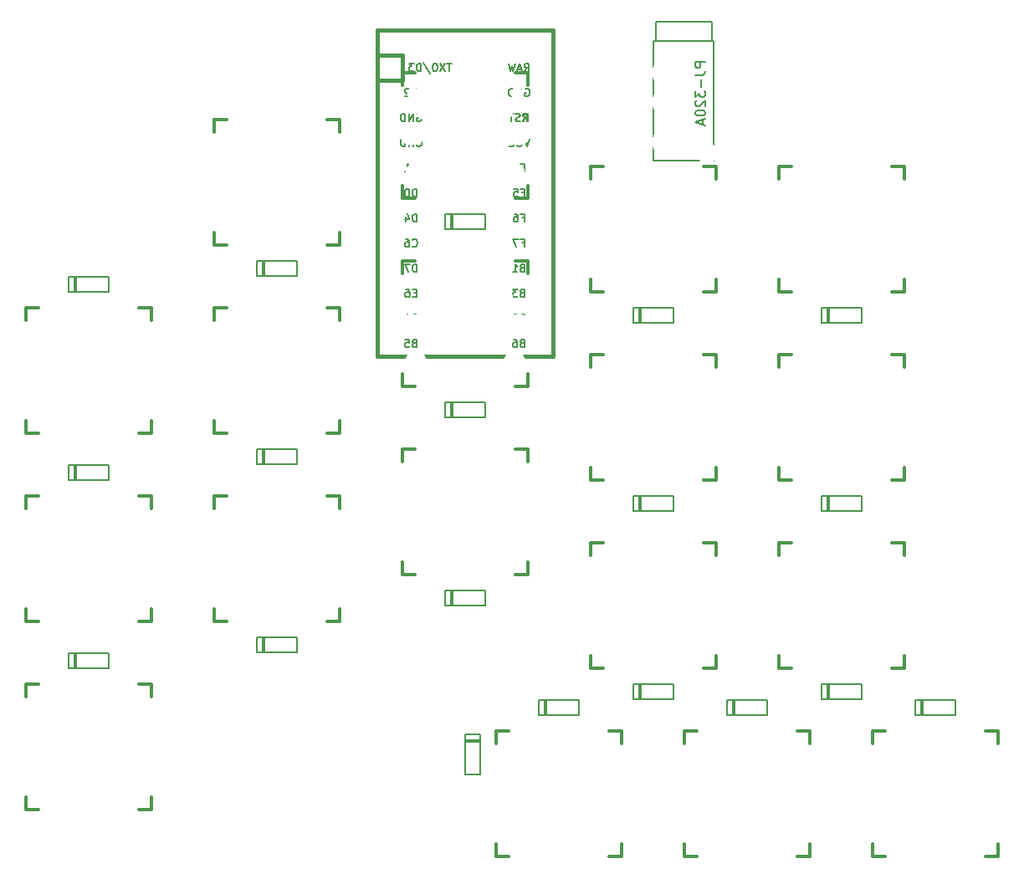
<source format=gbo>
G04 #@! TF.GenerationSoftware,KiCad,Pcbnew,(5.1.6)-1*
G04 #@! TF.CreationDate,2020-08-19T15:34:48-05:00*
G04 #@! TF.ProjectId,CurvedChoc,43757276-6564-4436-986f-632e6b696361,rev?*
G04 #@! TF.SameCoordinates,Original*
G04 #@! TF.FileFunction,Legend,Bot*
G04 #@! TF.FilePolarity,Positive*
%FSLAX46Y46*%
G04 Gerber Fmt 4.6, Leading zero omitted, Abs format (unit mm)*
G04 Created by KiCad (PCBNEW (5.1.6)-1) date 2020-08-19 15:34:48*
%MOMM*%
%LPD*%
G01*
G04 APERTURE LIST*
%ADD10C,0.381000*%
%ADD11C,0.150000*%
%ADD12C,0.300000*%
%ADD13C,0.100000*%
%ADD14C,2.102000*%
%ADD15C,0.889400*%
%ADD16R,4.102000X2.102000*%
%ADD17R,2.102000X2.102000*%
%ADD18R,2.102000X3.302000*%
%ADD19C,1.102000*%
%ADD20C,1.854600*%
%ADD21R,1.854600X1.854600*%
%ADD22C,1.302000*%
%ADD23C,3.502000*%
%ADD24C,2.002000*%
%ADD25C,1.902000*%
%ADD26C,2.202000*%
%ADD27C,1.852000*%
%ADD28O,1.702000X2.302000*%
%ADD29C,1.602000*%
%ADD30R,1.753000X1.753000*%
%ADD31C,1.753000*%
G04 APERTURE END LIST*
D10*
X105568750Y-22225000D02*
X103028750Y-22225000D01*
X105568750Y-19685000D02*
X105568750Y-22225000D01*
D11*
G36*
X117963385Y-25974030D02*
G01*
X117963385Y-26074030D01*
X118063385Y-26074030D01*
X118063385Y-25974030D01*
X117963385Y-25974030D01*
G37*
X117963385Y-25974030D02*
X117963385Y-26074030D01*
X118063385Y-26074030D01*
X118063385Y-25974030D01*
X117963385Y-25974030D01*
G36*
X118163385Y-25574030D02*
G01*
X118163385Y-26374030D01*
X118263385Y-26374030D01*
X118263385Y-25574030D01*
X118163385Y-25574030D01*
G37*
X118163385Y-25574030D02*
X118163385Y-26374030D01*
X118263385Y-26374030D01*
X118263385Y-25574030D01*
X118163385Y-25574030D01*
G36*
X117763385Y-26174030D02*
G01*
X117763385Y-26374030D01*
X117863385Y-26374030D01*
X117863385Y-26174030D01*
X117763385Y-26174030D01*
G37*
X117763385Y-26174030D02*
X117763385Y-26374030D01*
X117863385Y-26374030D01*
X117863385Y-26174030D01*
X117763385Y-26174030D01*
G36*
X117763385Y-25574030D02*
G01*
X117763385Y-25874030D01*
X117863385Y-25874030D01*
X117863385Y-25574030D01*
X117763385Y-25574030D01*
G37*
X117763385Y-25574030D02*
X117763385Y-25874030D01*
X117863385Y-25874030D01*
X117863385Y-25574030D01*
X117763385Y-25574030D01*
G36*
X117763385Y-25574030D02*
G01*
X117763385Y-25674030D01*
X118263385Y-25674030D01*
X118263385Y-25574030D01*
X117763385Y-25574030D01*
G37*
X117763385Y-25574030D02*
X117763385Y-25674030D01*
X118263385Y-25674030D01*
X118263385Y-25574030D01*
X117763385Y-25574030D01*
D10*
X120808750Y-50165000D02*
X120808750Y-17145000D01*
X103028750Y-50165000D02*
X120808750Y-50165000D01*
X103028750Y-17145000D02*
X103028750Y-50165000D01*
X120808750Y-17145000D02*
X103028750Y-17145000D01*
X105568750Y-19685000D02*
X103028750Y-19685000D01*
D12*
X165893750Y-88106250D02*
X164623750Y-88106250D01*
X165893750Y-100806250D02*
X165893750Y-99536250D01*
X164623750Y-100806250D02*
X165893750Y-100806250D01*
X153193750Y-99536250D02*
X153193750Y-100806250D01*
X153193750Y-89376250D02*
X153193750Y-88106250D01*
X153193750Y-100806250D02*
X154463750Y-100806250D01*
X165893750Y-89376250D02*
X165893750Y-88106250D01*
X153193750Y-88106250D02*
X154463750Y-88106250D01*
X146843750Y-88106250D02*
X145573750Y-88106250D01*
X146843750Y-100806250D02*
X146843750Y-99536250D01*
X145573750Y-100806250D02*
X146843750Y-100806250D01*
X134143750Y-99536250D02*
X134143750Y-100806250D01*
X134143750Y-89376250D02*
X134143750Y-88106250D01*
X134143750Y-100806250D02*
X135413750Y-100806250D01*
X146843750Y-89376250D02*
X146843750Y-88106250D01*
X134143750Y-88106250D02*
X135413750Y-88106250D01*
X127793750Y-88106250D02*
X126523750Y-88106250D01*
X127793750Y-100806250D02*
X127793750Y-99536250D01*
X126523750Y-100806250D02*
X127793750Y-100806250D01*
X115093750Y-99536250D02*
X115093750Y-100806250D01*
X115093750Y-89376250D02*
X115093750Y-88106250D01*
X115093750Y-100806250D02*
X116363750Y-100806250D01*
X127793750Y-89376250D02*
X127793750Y-88106250D01*
X115093750Y-88106250D02*
X116363750Y-88106250D01*
X156368750Y-69056250D02*
X155098750Y-69056250D01*
X156368750Y-81756250D02*
X156368750Y-80486250D01*
X155098750Y-81756250D02*
X156368750Y-81756250D01*
X143668750Y-80486250D02*
X143668750Y-81756250D01*
X143668750Y-70326250D02*
X143668750Y-69056250D01*
X143668750Y-81756250D02*
X144938750Y-81756250D01*
X156368750Y-70326250D02*
X156368750Y-69056250D01*
X143668750Y-69056250D02*
X144938750Y-69056250D01*
X137318750Y-69056250D02*
X136048750Y-69056250D01*
X137318750Y-81756250D02*
X137318750Y-80486250D01*
X136048750Y-81756250D02*
X137318750Y-81756250D01*
X124618750Y-80486250D02*
X124618750Y-81756250D01*
X124618750Y-70326250D02*
X124618750Y-69056250D01*
X124618750Y-81756250D02*
X125888750Y-81756250D01*
X137318750Y-70326250D02*
X137318750Y-69056250D01*
X124618750Y-69056250D02*
X125888750Y-69056250D01*
X118268750Y-59531250D02*
X116998750Y-59531250D01*
X118268750Y-72231250D02*
X118268750Y-70961250D01*
X116998750Y-72231250D02*
X118268750Y-72231250D01*
X105568750Y-70961250D02*
X105568750Y-72231250D01*
X105568750Y-60801250D02*
X105568750Y-59531250D01*
X105568750Y-72231250D02*
X106838750Y-72231250D01*
X118268750Y-60801250D02*
X118268750Y-59531250D01*
X105568750Y-59531250D02*
X106838750Y-59531250D01*
X99218750Y-64293750D02*
X97948750Y-64293750D01*
X99218750Y-76993750D02*
X99218750Y-75723750D01*
X97948750Y-76993750D02*
X99218750Y-76993750D01*
X86518750Y-75723750D02*
X86518750Y-76993750D01*
X86518750Y-65563750D02*
X86518750Y-64293750D01*
X86518750Y-76993750D02*
X87788750Y-76993750D01*
X99218750Y-65563750D02*
X99218750Y-64293750D01*
X86518750Y-64293750D02*
X87788750Y-64293750D01*
X80168750Y-83343750D02*
X78898750Y-83343750D01*
X80168750Y-96043750D02*
X80168750Y-94773750D01*
X78898750Y-96043750D02*
X80168750Y-96043750D01*
X67468750Y-94773750D02*
X67468750Y-96043750D01*
X67468750Y-84613750D02*
X67468750Y-83343750D01*
X67468750Y-96043750D02*
X68738750Y-96043750D01*
X80168750Y-84613750D02*
X80168750Y-83343750D01*
X67468750Y-83343750D02*
X68738750Y-83343750D01*
X156368750Y-50006250D02*
X155098750Y-50006250D01*
X156368750Y-62706250D02*
X156368750Y-61436250D01*
X155098750Y-62706250D02*
X156368750Y-62706250D01*
X143668750Y-61436250D02*
X143668750Y-62706250D01*
X143668750Y-51276250D02*
X143668750Y-50006250D01*
X143668750Y-62706250D02*
X144938750Y-62706250D01*
X156368750Y-51276250D02*
X156368750Y-50006250D01*
X143668750Y-50006250D02*
X144938750Y-50006250D01*
X137318750Y-50006250D02*
X136048750Y-50006250D01*
X137318750Y-62706250D02*
X137318750Y-61436250D01*
X136048750Y-62706250D02*
X137318750Y-62706250D01*
X124618750Y-61436250D02*
X124618750Y-62706250D01*
X124618750Y-51276250D02*
X124618750Y-50006250D01*
X124618750Y-62706250D02*
X125888750Y-62706250D01*
X137318750Y-51276250D02*
X137318750Y-50006250D01*
X124618750Y-50006250D02*
X125888750Y-50006250D01*
X118268750Y-40481250D02*
X116998750Y-40481250D01*
X118268750Y-53181250D02*
X118268750Y-51911250D01*
X116998750Y-53181250D02*
X118268750Y-53181250D01*
X105568750Y-51911250D02*
X105568750Y-53181250D01*
X105568750Y-41751250D02*
X105568750Y-40481250D01*
X105568750Y-53181250D02*
X106838750Y-53181250D01*
X118268750Y-41751250D02*
X118268750Y-40481250D01*
X105568750Y-40481250D02*
X106838750Y-40481250D01*
X99218750Y-45243750D02*
X97948750Y-45243750D01*
X99218750Y-57943750D02*
X99218750Y-56673750D01*
X97948750Y-57943750D02*
X99218750Y-57943750D01*
X86518750Y-56673750D02*
X86518750Y-57943750D01*
X86518750Y-46513750D02*
X86518750Y-45243750D01*
X86518750Y-57943750D02*
X87788750Y-57943750D01*
X99218750Y-46513750D02*
X99218750Y-45243750D01*
X86518750Y-45243750D02*
X87788750Y-45243750D01*
X80168750Y-64293750D02*
X78898750Y-64293750D01*
X80168750Y-76993750D02*
X80168750Y-75723750D01*
X78898750Y-76993750D02*
X80168750Y-76993750D01*
X67468750Y-75723750D02*
X67468750Y-76993750D01*
X67468750Y-65563750D02*
X67468750Y-64293750D01*
X67468750Y-76993750D02*
X68738750Y-76993750D01*
X80168750Y-65563750D02*
X80168750Y-64293750D01*
X67468750Y-64293750D02*
X68738750Y-64293750D01*
X156368750Y-30956250D02*
X155098750Y-30956250D01*
X156368750Y-43656250D02*
X156368750Y-42386250D01*
X155098750Y-43656250D02*
X156368750Y-43656250D01*
X143668750Y-42386250D02*
X143668750Y-43656250D01*
X143668750Y-32226250D02*
X143668750Y-30956250D01*
X143668750Y-43656250D02*
X144938750Y-43656250D01*
X156368750Y-32226250D02*
X156368750Y-30956250D01*
X143668750Y-30956250D02*
X144938750Y-30956250D01*
X137318750Y-30956250D02*
X136048750Y-30956250D01*
X137318750Y-43656250D02*
X137318750Y-42386250D01*
X136048750Y-43656250D02*
X137318750Y-43656250D01*
X124618750Y-42386250D02*
X124618750Y-43656250D01*
X124618750Y-32226250D02*
X124618750Y-30956250D01*
X124618750Y-43656250D02*
X125888750Y-43656250D01*
X137318750Y-32226250D02*
X137318750Y-30956250D01*
X124618750Y-30956250D02*
X125888750Y-30956250D01*
X118268750Y-21431250D02*
X116998750Y-21431250D01*
X118268750Y-34131250D02*
X118268750Y-32861250D01*
X116998750Y-34131250D02*
X118268750Y-34131250D01*
X105568750Y-32861250D02*
X105568750Y-34131250D01*
X105568750Y-22701250D02*
X105568750Y-21431250D01*
X105568750Y-34131250D02*
X106838750Y-34131250D01*
X118268750Y-22701250D02*
X118268750Y-21431250D01*
X105568750Y-21431250D02*
X106838750Y-21431250D01*
X99218750Y-26193750D02*
X97948750Y-26193750D01*
X99218750Y-38893750D02*
X99218750Y-37623750D01*
X97948750Y-38893750D02*
X99218750Y-38893750D01*
X86518750Y-37623750D02*
X86518750Y-38893750D01*
X86518750Y-27463750D02*
X86518750Y-26193750D01*
X86518750Y-38893750D02*
X87788750Y-38893750D01*
X99218750Y-27463750D02*
X99218750Y-26193750D01*
X86518750Y-26193750D02*
X87788750Y-26193750D01*
X80168750Y-45243750D02*
X78898750Y-45243750D01*
X80168750Y-57943750D02*
X80168750Y-56673750D01*
X78898750Y-57943750D02*
X80168750Y-57943750D01*
X67468750Y-56673750D02*
X67468750Y-57943750D01*
X67468750Y-46513750D02*
X67468750Y-45243750D01*
X67468750Y-57943750D02*
X68738750Y-57943750D01*
X80168750Y-46513750D02*
X80168750Y-45243750D01*
X67468750Y-45243750D02*
X68738750Y-45243750D01*
D11*
X136862500Y-18256250D02*
X136862500Y-16256250D01*
X131262500Y-16256250D02*
X136862500Y-16256250D01*
X131262500Y-18256250D02*
X131262500Y-16256250D01*
X131012500Y-30356250D02*
X137112500Y-30356250D01*
X137112500Y-18256250D02*
X137112500Y-30356250D01*
X131012500Y-18256250D02*
X137112500Y-18256250D01*
X131012500Y-18256250D02*
X131012500Y-30356250D01*
X111950500Y-88455500D02*
X113474500Y-88455500D01*
X111950500Y-92519500D02*
X111950500Y-88455500D01*
D13*
G36*
X113474500Y-89217500D02*
G01*
X111950500Y-89217500D01*
X111950500Y-88963500D01*
X113474500Y-88963500D01*
X113474500Y-89217500D01*
G37*
X113474500Y-89217500D02*
X111950500Y-89217500D01*
X111950500Y-88963500D01*
X113474500Y-88963500D01*
X113474500Y-89217500D01*
D11*
X113474500Y-88455500D02*
X113474500Y-92519500D01*
X113474500Y-92519500D02*
X111950500Y-92519500D01*
X157511750Y-86487000D02*
X157511750Y-84963000D01*
X161575750Y-86487000D02*
X157511750Y-86487000D01*
D13*
G36*
X158273750Y-84963000D02*
G01*
X158273750Y-86487000D01*
X158019750Y-86487000D01*
X158019750Y-84963000D01*
X158273750Y-84963000D01*
G37*
X158273750Y-84963000D02*
X158273750Y-86487000D01*
X158019750Y-86487000D01*
X158019750Y-84963000D01*
X158273750Y-84963000D01*
D11*
X157511750Y-84963000D02*
X161575750Y-84963000D01*
X161575750Y-84963000D02*
X161575750Y-86487000D01*
X138461750Y-86487000D02*
X138461750Y-84963000D01*
X142525750Y-86487000D02*
X138461750Y-86487000D01*
D13*
G36*
X139223750Y-84963000D02*
G01*
X139223750Y-86487000D01*
X138969750Y-86487000D01*
X138969750Y-84963000D01*
X139223750Y-84963000D01*
G37*
X139223750Y-84963000D02*
X139223750Y-86487000D01*
X138969750Y-86487000D01*
X138969750Y-84963000D01*
X139223750Y-84963000D01*
D11*
X138461750Y-84963000D02*
X142525750Y-84963000D01*
X142525750Y-84963000D02*
X142525750Y-86487000D01*
X123475750Y-84963000D02*
X123475750Y-86487000D01*
X119411750Y-84963000D02*
X123475750Y-84963000D01*
D13*
G36*
X120173750Y-84963000D02*
G01*
X120173750Y-86487000D01*
X119919750Y-86487000D01*
X119919750Y-84963000D01*
X120173750Y-84963000D01*
G37*
X120173750Y-84963000D02*
X120173750Y-86487000D01*
X119919750Y-86487000D01*
X119919750Y-84963000D01*
X120173750Y-84963000D01*
D11*
X123475750Y-86487000D02*
X119411750Y-86487000D01*
X119411750Y-86487000D02*
X119411750Y-84963000D01*
X147986750Y-84899500D02*
X147986750Y-83375500D01*
X152050750Y-84899500D02*
X147986750Y-84899500D01*
D13*
G36*
X148748750Y-83375500D02*
G01*
X148748750Y-84899500D01*
X148494750Y-84899500D01*
X148494750Y-83375500D01*
X148748750Y-83375500D01*
G37*
X148748750Y-83375500D02*
X148748750Y-84899500D01*
X148494750Y-84899500D01*
X148494750Y-83375500D01*
X148748750Y-83375500D01*
D11*
X147986750Y-83375500D02*
X152050750Y-83375500D01*
X152050750Y-83375500D02*
X152050750Y-84899500D01*
X128936750Y-84899500D02*
X128936750Y-83375500D01*
X133000750Y-84899500D02*
X128936750Y-84899500D01*
D13*
G36*
X129698750Y-83375500D02*
G01*
X129698750Y-84899500D01*
X129444750Y-84899500D01*
X129444750Y-83375500D01*
X129698750Y-83375500D01*
G37*
X129698750Y-83375500D02*
X129698750Y-84899500D01*
X129444750Y-84899500D01*
X129444750Y-83375500D01*
X129698750Y-83375500D01*
D11*
X128936750Y-83375500D02*
X133000750Y-83375500D01*
X133000750Y-83375500D02*
X133000750Y-84899500D01*
X109886750Y-75374500D02*
X109886750Y-73850500D01*
X113950750Y-75374500D02*
X109886750Y-75374500D01*
D13*
G36*
X110648750Y-73850500D02*
G01*
X110648750Y-75374500D01*
X110394750Y-75374500D01*
X110394750Y-73850500D01*
X110648750Y-73850500D01*
G37*
X110648750Y-73850500D02*
X110648750Y-75374500D01*
X110394750Y-75374500D01*
X110394750Y-73850500D01*
X110648750Y-73850500D01*
D11*
X109886750Y-73850500D02*
X113950750Y-73850500D01*
X113950750Y-73850500D02*
X113950750Y-75374500D01*
X90836750Y-80137000D02*
X90836750Y-78613000D01*
X94900750Y-80137000D02*
X90836750Y-80137000D01*
D13*
G36*
X91598750Y-78613000D02*
G01*
X91598750Y-80137000D01*
X91344750Y-80137000D01*
X91344750Y-78613000D01*
X91598750Y-78613000D01*
G37*
X91598750Y-78613000D02*
X91598750Y-80137000D01*
X91344750Y-80137000D01*
X91344750Y-78613000D01*
X91598750Y-78613000D01*
D11*
X90836750Y-78613000D02*
X94900750Y-78613000D01*
X94900750Y-78613000D02*
X94900750Y-80137000D01*
X71786750Y-81724500D02*
X71786750Y-80200500D01*
X75850750Y-81724500D02*
X71786750Y-81724500D01*
D13*
G36*
X72548750Y-80200500D02*
G01*
X72548750Y-81724500D01*
X72294750Y-81724500D01*
X72294750Y-80200500D01*
X72548750Y-80200500D01*
G37*
X72548750Y-80200500D02*
X72548750Y-81724500D01*
X72294750Y-81724500D01*
X72294750Y-80200500D01*
X72548750Y-80200500D01*
D11*
X71786750Y-80200500D02*
X75850750Y-80200500D01*
X75850750Y-80200500D02*
X75850750Y-81724500D01*
X147986750Y-65849500D02*
X147986750Y-64325500D01*
X152050750Y-65849500D02*
X147986750Y-65849500D01*
D13*
G36*
X148748750Y-64325500D02*
G01*
X148748750Y-65849500D01*
X148494750Y-65849500D01*
X148494750Y-64325500D01*
X148748750Y-64325500D01*
G37*
X148748750Y-64325500D02*
X148748750Y-65849500D01*
X148494750Y-65849500D01*
X148494750Y-64325500D01*
X148748750Y-64325500D01*
D11*
X147986750Y-64325500D02*
X152050750Y-64325500D01*
X152050750Y-64325500D02*
X152050750Y-65849500D01*
X128936750Y-65849500D02*
X128936750Y-64325500D01*
X133000750Y-65849500D02*
X128936750Y-65849500D01*
D13*
G36*
X129698750Y-64325500D02*
G01*
X129698750Y-65849500D01*
X129444750Y-65849500D01*
X129444750Y-64325500D01*
X129698750Y-64325500D01*
G37*
X129698750Y-64325500D02*
X129698750Y-65849500D01*
X129444750Y-65849500D01*
X129444750Y-64325500D01*
X129698750Y-64325500D01*
D11*
X128936750Y-64325500D02*
X133000750Y-64325500D01*
X133000750Y-64325500D02*
X133000750Y-65849500D01*
X109886750Y-56324500D02*
X109886750Y-54800500D01*
X113950750Y-56324500D02*
X109886750Y-56324500D01*
D13*
G36*
X110648750Y-54800500D02*
G01*
X110648750Y-56324500D01*
X110394750Y-56324500D01*
X110394750Y-54800500D01*
X110648750Y-54800500D01*
G37*
X110648750Y-54800500D02*
X110648750Y-56324500D01*
X110394750Y-56324500D01*
X110394750Y-54800500D01*
X110648750Y-54800500D01*
D11*
X109886750Y-54800500D02*
X113950750Y-54800500D01*
X113950750Y-54800500D02*
X113950750Y-56324500D01*
X90836750Y-61087000D02*
X90836750Y-59563000D01*
X94900750Y-61087000D02*
X90836750Y-61087000D01*
D13*
G36*
X91598750Y-59563000D02*
G01*
X91598750Y-61087000D01*
X91344750Y-61087000D01*
X91344750Y-59563000D01*
X91598750Y-59563000D01*
G37*
X91598750Y-59563000D02*
X91598750Y-61087000D01*
X91344750Y-61087000D01*
X91344750Y-59563000D01*
X91598750Y-59563000D01*
D11*
X90836750Y-59563000D02*
X94900750Y-59563000D01*
X94900750Y-59563000D02*
X94900750Y-61087000D01*
X71786750Y-62674500D02*
X71786750Y-61150500D01*
X75850750Y-62674500D02*
X71786750Y-62674500D01*
D13*
G36*
X72548750Y-61150500D02*
G01*
X72548750Y-62674500D01*
X72294750Y-62674500D01*
X72294750Y-61150500D01*
X72548750Y-61150500D01*
G37*
X72548750Y-61150500D02*
X72548750Y-62674500D01*
X72294750Y-62674500D01*
X72294750Y-61150500D01*
X72548750Y-61150500D01*
D11*
X71786750Y-61150500D02*
X75850750Y-61150500D01*
X75850750Y-61150500D02*
X75850750Y-62674500D01*
X147986750Y-46799500D02*
X147986750Y-45275500D01*
X152050750Y-46799500D02*
X147986750Y-46799500D01*
D13*
G36*
X148748750Y-45275500D02*
G01*
X148748750Y-46799500D01*
X148494750Y-46799500D01*
X148494750Y-45275500D01*
X148748750Y-45275500D01*
G37*
X148748750Y-45275500D02*
X148748750Y-46799500D01*
X148494750Y-46799500D01*
X148494750Y-45275500D01*
X148748750Y-45275500D01*
D11*
X147986750Y-45275500D02*
X152050750Y-45275500D01*
X152050750Y-45275500D02*
X152050750Y-46799500D01*
X128936750Y-46799500D02*
X128936750Y-45275500D01*
X133000750Y-46799500D02*
X128936750Y-46799500D01*
D13*
G36*
X129698750Y-45275500D02*
G01*
X129698750Y-46799500D01*
X129444750Y-46799500D01*
X129444750Y-45275500D01*
X129698750Y-45275500D01*
G37*
X129698750Y-45275500D02*
X129698750Y-46799500D01*
X129444750Y-46799500D01*
X129444750Y-45275500D01*
X129698750Y-45275500D01*
D11*
X128936750Y-45275500D02*
X133000750Y-45275500D01*
X133000750Y-45275500D02*
X133000750Y-46799500D01*
X109886750Y-37274500D02*
X109886750Y-35750500D01*
X113950750Y-37274500D02*
X109886750Y-37274500D01*
D13*
G36*
X110648750Y-35750500D02*
G01*
X110648750Y-37274500D01*
X110394750Y-37274500D01*
X110394750Y-35750500D01*
X110648750Y-35750500D01*
G37*
X110648750Y-35750500D02*
X110648750Y-37274500D01*
X110394750Y-37274500D01*
X110394750Y-35750500D01*
X110648750Y-35750500D01*
D11*
X109886750Y-35750500D02*
X113950750Y-35750500D01*
X113950750Y-35750500D02*
X113950750Y-37274500D01*
X90836750Y-42037000D02*
X90836750Y-40513000D01*
X94900750Y-42037000D02*
X90836750Y-42037000D01*
D13*
G36*
X91598750Y-40513000D02*
G01*
X91598750Y-42037000D01*
X91344750Y-42037000D01*
X91344750Y-40513000D01*
X91598750Y-40513000D01*
G37*
X91598750Y-40513000D02*
X91598750Y-42037000D01*
X91344750Y-42037000D01*
X91344750Y-40513000D01*
X91598750Y-40513000D01*
D11*
X90836750Y-40513000D02*
X94900750Y-40513000D01*
X94900750Y-40513000D02*
X94900750Y-42037000D01*
X71786750Y-43624500D02*
X71786750Y-42100500D01*
X75850750Y-43624500D02*
X71786750Y-43624500D01*
D13*
G36*
X72548750Y-42100500D02*
G01*
X72548750Y-43624500D01*
X72294750Y-43624500D01*
X72294750Y-42100500D01*
X72548750Y-42100500D01*
G37*
X72548750Y-42100500D02*
X72548750Y-43624500D01*
X72294750Y-43624500D01*
X72294750Y-42100500D01*
X72548750Y-42100500D01*
D11*
X71786750Y-42100500D02*
X75850750Y-42100500D01*
X75850750Y-42100500D02*
X75850750Y-43624500D01*
X117492083Y-26338809D02*
X117377797Y-26376904D01*
X117187321Y-26376904D01*
X117111130Y-26338809D01*
X117073035Y-26300714D01*
X117034940Y-26224523D01*
X117034940Y-26148333D01*
X117073035Y-26072142D01*
X117111130Y-26034047D01*
X117187321Y-25995952D01*
X117339702Y-25957857D01*
X117415892Y-25919761D01*
X117453988Y-25881666D01*
X117492083Y-25805476D01*
X117492083Y-25729285D01*
X117453988Y-25653095D01*
X117415892Y-25615000D01*
X117339702Y-25576904D01*
X117149226Y-25576904D01*
X117034940Y-25615000D01*
X116806369Y-25576904D02*
X116349226Y-25576904D01*
X116577797Y-26376904D02*
X116577797Y-25576904D01*
X110537354Y-20516904D02*
X110080211Y-20516904D01*
X110308782Y-21316904D02*
X110308782Y-20516904D01*
X109889735Y-20516904D02*
X109356401Y-21316904D01*
X109356401Y-20516904D02*
X109889735Y-21316904D01*
X108899258Y-20516904D02*
X108823068Y-20516904D01*
X108746878Y-20555000D01*
X108708782Y-20593095D01*
X108670687Y-20669285D01*
X108632592Y-20821666D01*
X108632592Y-21012142D01*
X108670687Y-21164523D01*
X108708782Y-21240714D01*
X108746878Y-21278809D01*
X108823068Y-21316904D01*
X108899258Y-21316904D01*
X108975449Y-21278809D01*
X109013544Y-21240714D01*
X109051639Y-21164523D01*
X109089735Y-21012142D01*
X109089735Y-20821666D01*
X109051639Y-20669285D01*
X109013544Y-20593095D01*
X108975449Y-20555000D01*
X108899258Y-20516904D01*
X107718306Y-20478809D02*
X108404020Y-21507380D01*
X107451639Y-21316904D02*
X107451639Y-20516904D01*
X107261163Y-20516904D01*
X107146878Y-20555000D01*
X107070687Y-20631190D01*
X107032592Y-20707380D01*
X106994497Y-20859761D01*
X106994497Y-20974047D01*
X107032592Y-21126428D01*
X107070687Y-21202619D01*
X107146878Y-21278809D01*
X107261163Y-21316904D01*
X107451639Y-21316904D01*
X106727830Y-20516904D02*
X106232592Y-20516904D01*
X106499258Y-20821666D01*
X106384973Y-20821666D01*
X106308782Y-20859761D01*
X106270687Y-20897857D01*
X106232592Y-20974047D01*
X106232592Y-21164523D01*
X106270687Y-21240714D01*
X106308782Y-21278809D01*
X106384973Y-21316904D01*
X106613544Y-21316904D01*
X106689735Y-21278809D01*
X106727830Y-21240714D01*
X117703559Y-46297857D02*
X117589273Y-46335952D01*
X117551178Y-46374047D01*
X117513083Y-46450238D01*
X117513083Y-46564523D01*
X117551178Y-46640714D01*
X117589273Y-46678809D01*
X117665464Y-46716904D01*
X117970226Y-46716904D01*
X117970226Y-45916904D01*
X117703559Y-45916904D01*
X117627369Y-45955000D01*
X117589273Y-45993095D01*
X117551178Y-46069285D01*
X117551178Y-46145476D01*
X117589273Y-46221666D01*
X117627369Y-46259761D01*
X117703559Y-46297857D01*
X117970226Y-46297857D01*
X117208321Y-45993095D02*
X117170226Y-45955000D01*
X117094035Y-45916904D01*
X116903559Y-45916904D01*
X116827369Y-45955000D01*
X116789273Y-45993095D01*
X116751178Y-46069285D01*
X116751178Y-46145476D01*
X116789273Y-46259761D01*
X117246416Y-46716904D01*
X116751178Y-46716904D01*
X117646416Y-38677857D02*
X117913083Y-38677857D01*
X117913083Y-39096904D02*
X117913083Y-38296904D01*
X117532130Y-38296904D01*
X117303559Y-38296904D02*
X116770226Y-38296904D01*
X117113083Y-39096904D01*
X117646416Y-36137857D02*
X117913083Y-36137857D01*
X117913083Y-36556904D02*
X117913083Y-35756904D01*
X117532130Y-35756904D01*
X116884511Y-35756904D02*
X117036892Y-35756904D01*
X117113083Y-35795000D01*
X117151178Y-35833095D01*
X117227369Y-35947380D01*
X117265464Y-36099761D01*
X117265464Y-36404523D01*
X117227369Y-36480714D01*
X117189273Y-36518809D01*
X117113083Y-36556904D01*
X116960702Y-36556904D01*
X116884511Y-36518809D01*
X116846416Y-36480714D01*
X116808321Y-36404523D01*
X116808321Y-36214047D01*
X116846416Y-36137857D01*
X116884511Y-36099761D01*
X116960702Y-36061666D01*
X117113083Y-36061666D01*
X117189273Y-36099761D01*
X117227369Y-36137857D01*
X117265464Y-36214047D01*
X117646416Y-33597857D02*
X117913083Y-33597857D01*
X117913083Y-34016904D02*
X117913083Y-33216904D01*
X117532130Y-33216904D01*
X116846416Y-33216904D02*
X117227369Y-33216904D01*
X117265464Y-33597857D01*
X117227369Y-33559761D01*
X117151178Y-33521666D01*
X116960702Y-33521666D01*
X116884511Y-33559761D01*
X116846416Y-33597857D01*
X116808321Y-33674047D01*
X116808321Y-33864523D01*
X116846416Y-33940714D01*
X116884511Y-33978809D01*
X116960702Y-34016904D01*
X117151178Y-34016904D01*
X117227369Y-33978809D01*
X117265464Y-33940714D01*
X117932130Y-21316904D02*
X118198797Y-20935952D01*
X118389273Y-21316904D02*
X118389273Y-20516904D01*
X118084511Y-20516904D01*
X118008321Y-20555000D01*
X117970226Y-20593095D01*
X117932130Y-20669285D01*
X117932130Y-20783571D01*
X117970226Y-20859761D01*
X118008321Y-20897857D01*
X118084511Y-20935952D01*
X118389273Y-20935952D01*
X117627369Y-21088333D02*
X117246416Y-21088333D01*
X117703559Y-21316904D02*
X117436892Y-20516904D01*
X117170226Y-21316904D01*
X116979750Y-20516904D02*
X116789273Y-21316904D01*
X116636892Y-20745476D01*
X116484511Y-21316904D01*
X116294035Y-20516904D01*
X117989273Y-23095000D02*
X118065464Y-23056904D01*
X118179750Y-23056904D01*
X118294035Y-23095000D01*
X118370226Y-23171190D01*
X118408321Y-23247380D01*
X118446416Y-23399761D01*
X118446416Y-23514047D01*
X118408321Y-23666428D01*
X118370226Y-23742619D01*
X118294035Y-23818809D01*
X118179750Y-23856904D01*
X118103559Y-23856904D01*
X117989273Y-23818809D01*
X117951178Y-23780714D01*
X117951178Y-23514047D01*
X118103559Y-23514047D01*
X117608321Y-23856904D02*
X117608321Y-23056904D01*
X117151178Y-23856904D01*
X117151178Y-23056904D01*
X116770226Y-23856904D02*
X116770226Y-23056904D01*
X116579750Y-23056904D01*
X116465464Y-23095000D01*
X116389273Y-23171190D01*
X116351178Y-23247380D01*
X116313083Y-23399761D01*
X116313083Y-23514047D01*
X116351178Y-23666428D01*
X116389273Y-23742619D01*
X116465464Y-23818809D01*
X116579750Y-23856904D01*
X116770226Y-23856904D01*
X118446416Y-28136904D02*
X118179750Y-28936904D01*
X117913083Y-28136904D01*
X117189273Y-28860714D02*
X117227369Y-28898809D01*
X117341654Y-28936904D01*
X117417845Y-28936904D01*
X117532130Y-28898809D01*
X117608321Y-28822619D01*
X117646416Y-28746428D01*
X117684511Y-28594047D01*
X117684511Y-28479761D01*
X117646416Y-28327380D01*
X117608321Y-28251190D01*
X117532130Y-28175000D01*
X117417845Y-28136904D01*
X117341654Y-28136904D01*
X117227369Y-28175000D01*
X117189273Y-28213095D01*
X116389273Y-28860714D02*
X116427369Y-28898809D01*
X116541654Y-28936904D01*
X116617845Y-28936904D01*
X116732130Y-28898809D01*
X116808321Y-28822619D01*
X116846416Y-28746428D01*
X116884511Y-28594047D01*
X116884511Y-28479761D01*
X116846416Y-28327380D01*
X116808321Y-28251190D01*
X116732130Y-28175000D01*
X116617845Y-28136904D01*
X116541654Y-28136904D01*
X116427369Y-28175000D01*
X116389273Y-28213095D01*
X117646416Y-31057857D02*
X117913083Y-31057857D01*
X117913083Y-31476904D02*
X117913083Y-30676904D01*
X117532130Y-30676904D01*
X116884511Y-30943571D02*
X116884511Y-31476904D01*
X117074988Y-30638809D02*
X117265464Y-31210238D01*
X116770226Y-31210238D01*
X117703559Y-41217857D02*
X117589273Y-41255952D01*
X117551178Y-41294047D01*
X117513083Y-41370238D01*
X117513083Y-41484523D01*
X117551178Y-41560714D01*
X117589273Y-41598809D01*
X117665464Y-41636904D01*
X117970226Y-41636904D01*
X117970226Y-40836904D01*
X117703559Y-40836904D01*
X117627369Y-40875000D01*
X117589273Y-40913095D01*
X117551178Y-40989285D01*
X117551178Y-41065476D01*
X117589273Y-41141666D01*
X117627369Y-41179761D01*
X117703559Y-41217857D01*
X117970226Y-41217857D01*
X116751178Y-41636904D02*
X117208321Y-41636904D01*
X116979750Y-41636904D02*
X116979750Y-40836904D01*
X117055940Y-40951190D01*
X117132130Y-41027380D01*
X117208321Y-41065476D01*
X117703559Y-43757857D02*
X117589273Y-43795952D01*
X117551178Y-43834047D01*
X117513083Y-43910238D01*
X117513083Y-44024523D01*
X117551178Y-44100714D01*
X117589273Y-44138809D01*
X117665464Y-44176904D01*
X117970226Y-44176904D01*
X117970226Y-43376904D01*
X117703559Y-43376904D01*
X117627369Y-43415000D01*
X117589273Y-43453095D01*
X117551178Y-43529285D01*
X117551178Y-43605476D01*
X117589273Y-43681666D01*
X117627369Y-43719761D01*
X117703559Y-43757857D01*
X117970226Y-43757857D01*
X117246416Y-43376904D02*
X116751178Y-43376904D01*
X117017845Y-43681666D01*
X116903559Y-43681666D01*
X116827369Y-43719761D01*
X116789273Y-43757857D01*
X116751178Y-43834047D01*
X116751178Y-44024523D01*
X116789273Y-44100714D01*
X116827369Y-44138809D01*
X116903559Y-44176904D01*
X117132130Y-44176904D01*
X117208321Y-44138809D01*
X117246416Y-44100714D01*
X117703559Y-48837857D02*
X117589273Y-48875952D01*
X117551178Y-48914047D01*
X117513083Y-48990238D01*
X117513083Y-49104523D01*
X117551178Y-49180714D01*
X117589273Y-49218809D01*
X117665464Y-49256904D01*
X117970226Y-49256904D01*
X117970226Y-48456904D01*
X117703559Y-48456904D01*
X117627369Y-48495000D01*
X117589273Y-48533095D01*
X117551178Y-48609285D01*
X117551178Y-48685476D01*
X117589273Y-48761666D01*
X117627369Y-48799761D01*
X117703559Y-48837857D01*
X117970226Y-48837857D01*
X116827369Y-48456904D02*
X116979750Y-48456904D01*
X117055940Y-48495000D01*
X117094035Y-48533095D01*
X117170226Y-48647380D01*
X117208321Y-48799761D01*
X117208321Y-49104523D01*
X117170226Y-49180714D01*
X117132130Y-49218809D01*
X117055940Y-49256904D01*
X116903559Y-49256904D01*
X116827369Y-49218809D01*
X116789273Y-49180714D01*
X116751178Y-49104523D01*
X116751178Y-48914047D01*
X116789273Y-48837857D01*
X116827369Y-48799761D01*
X116903559Y-48761666D01*
X117055940Y-48761666D01*
X117132130Y-48799761D01*
X117170226Y-48837857D01*
X117208321Y-48914047D01*
X106781559Y-48837857D02*
X106667273Y-48875952D01*
X106629178Y-48914047D01*
X106591083Y-48990238D01*
X106591083Y-49104523D01*
X106629178Y-49180714D01*
X106667273Y-49218809D01*
X106743464Y-49256904D01*
X107048226Y-49256904D01*
X107048226Y-48456904D01*
X106781559Y-48456904D01*
X106705369Y-48495000D01*
X106667273Y-48533095D01*
X106629178Y-48609285D01*
X106629178Y-48685476D01*
X106667273Y-48761666D01*
X106705369Y-48799761D01*
X106781559Y-48837857D01*
X107048226Y-48837857D01*
X105867273Y-48456904D02*
X106248226Y-48456904D01*
X106286321Y-48837857D01*
X106248226Y-48799761D01*
X106172035Y-48761666D01*
X105981559Y-48761666D01*
X105905369Y-48799761D01*
X105867273Y-48837857D01*
X105829178Y-48914047D01*
X105829178Y-49104523D01*
X105867273Y-49180714D01*
X105905369Y-49218809D01*
X105981559Y-49256904D01*
X106172035Y-49256904D01*
X106248226Y-49218809D01*
X106286321Y-49180714D01*
X106781559Y-46297857D02*
X106667273Y-46335952D01*
X106629178Y-46374047D01*
X106591083Y-46450238D01*
X106591083Y-46564523D01*
X106629178Y-46640714D01*
X106667273Y-46678809D01*
X106743464Y-46716904D01*
X107048226Y-46716904D01*
X107048226Y-45916904D01*
X106781559Y-45916904D01*
X106705369Y-45955000D01*
X106667273Y-45993095D01*
X106629178Y-46069285D01*
X106629178Y-46145476D01*
X106667273Y-46221666D01*
X106705369Y-46259761D01*
X106781559Y-46297857D01*
X107048226Y-46297857D01*
X105905369Y-46183571D02*
X105905369Y-46716904D01*
X106095845Y-45878809D02*
X106286321Y-46450238D01*
X105791083Y-46450238D01*
X107010130Y-43757857D02*
X106743464Y-43757857D01*
X106629178Y-44176904D02*
X107010130Y-44176904D01*
X107010130Y-43376904D01*
X106629178Y-43376904D01*
X105943464Y-43376904D02*
X106095845Y-43376904D01*
X106172035Y-43415000D01*
X106210130Y-43453095D01*
X106286321Y-43567380D01*
X106324416Y-43719761D01*
X106324416Y-44024523D01*
X106286321Y-44100714D01*
X106248226Y-44138809D01*
X106172035Y-44176904D01*
X106019654Y-44176904D01*
X105943464Y-44138809D01*
X105905369Y-44100714D01*
X105867273Y-44024523D01*
X105867273Y-43834047D01*
X105905369Y-43757857D01*
X105943464Y-43719761D01*
X106019654Y-43681666D01*
X106172035Y-43681666D01*
X106248226Y-43719761D01*
X106286321Y-43757857D01*
X106324416Y-43834047D01*
X107048226Y-41636904D02*
X107048226Y-40836904D01*
X106857750Y-40836904D01*
X106743464Y-40875000D01*
X106667273Y-40951190D01*
X106629178Y-41027380D01*
X106591083Y-41179761D01*
X106591083Y-41294047D01*
X106629178Y-41446428D01*
X106667273Y-41522619D01*
X106743464Y-41598809D01*
X106857750Y-41636904D01*
X107048226Y-41636904D01*
X106324416Y-40836904D02*
X105791083Y-40836904D01*
X106133940Y-41636904D01*
X106591083Y-39020714D02*
X106629178Y-39058809D01*
X106743464Y-39096904D01*
X106819654Y-39096904D01*
X106933940Y-39058809D01*
X107010130Y-38982619D01*
X107048226Y-38906428D01*
X107086321Y-38754047D01*
X107086321Y-38639761D01*
X107048226Y-38487380D01*
X107010130Y-38411190D01*
X106933940Y-38335000D01*
X106819654Y-38296904D01*
X106743464Y-38296904D01*
X106629178Y-38335000D01*
X106591083Y-38373095D01*
X105905369Y-38296904D02*
X106057750Y-38296904D01*
X106133940Y-38335000D01*
X106172035Y-38373095D01*
X106248226Y-38487380D01*
X106286321Y-38639761D01*
X106286321Y-38944523D01*
X106248226Y-39020714D01*
X106210130Y-39058809D01*
X106133940Y-39096904D01*
X105981559Y-39096904D01*
X105905369Y-39058809D01*
X105867273Y-39020714D01*
X105829178Y-38944523D01*
X105829178Y-38754047D01*
X105867273Y-38677857D01*
X105905369Y-38639761D01*
X105981559Y-38601666D01*
X106133940Y-38601666D01*
X106210130Y-38639761D01*
X106248226Y-38677857D01*
X106286321Y-38754047D01*
X107048226Y-36556904D02*
X107048226Y-35756904D01*
X106857750Y-35756904D01*
X106743464Y-35795000D01*
X106667273Y-35871190D01*
X106629178Y-35947380D01*
X106591083Y-36099761D01*
X106591083Y-36214047D01*
X106629178Y-36366428D01*
X106667273Y-36442619D01*
X106743464Y-36518809D01*
X106857750Y-36556904D01*
X107048226Y-36556904D01*
X105905369Y-36023571D02*
X105905369Y-36556904D01*
X106095845Y-35718809D02*
X106286321Y-36290238D01*
X105791083Y-36290238D01*
X107067273Y-25635000D02*
X107143464Y-25596904D01*
X107257750Y-25596904D01*
X107372035Y-25635000D01*
X107448226Y-25711190D01*
X107486321Y-25787380D01*
X107524416Y-25939761D01*
X107524416Y-26054047D01*
X107486321Y-26206428D01*
X107448226Y-26282619D01*
X107372035Y-26358809D01*
X107257750Y-26396904D01*
X107181559Y-26396904D01*
X107067273Y-26358809D01*
X107029178Y-26320714D01*
X107029178Y-26054047D01*
X107181559Y-26054047D01*
X106686321Y-26396904D02*
X106686321Y-25596904D01*
X106229178Y-26396904D01*
X106229178Y-25596904D01*
X105848226Y-26396904D02*
X105848226Y-25596904D01*
X105657750Y-25596904D01*
X105543464Y-25635000D01*
X105467273Y-25711190D01*
X105429178Y-25787380D01*
X105391083Y-25939761D01*
X105391083Y-26054047D01*
X105429178Y-26206428D01*
X105467273Y-26282619D01*
X105543464Y-26358809D01*
X105657750Y-26396904D01*
X105848226Y-26396904D01*
X107067273Y-28175000D02*
X107143464Y-28136904D01*
X107257750Y-28136904D01*
X107372035Y-28175000D01*
X107448226Y-28251190D01*
X107486321Y-28327380D01*
X107524416Y-28479761D01*
X107524416Y-28594047D01*
X107486321Y-28746428D01*
X107448226Y-28822619D01*
X107372035Y-28898809D01*
X107257750Y-28936904D01*
X107181559Y-28936904D01*
X107067273Y-28898809D01*
X107029178Y-28860714D01*
X107029178Y-28594047D01*
X107181559Y-28594047D01*
X106686321Y-28936904D02*
X106686321Y-28136904D01*
X106229178Y-28936904D01*
X106229178Y-28136904D01*
X105848226Y-28936904D02*
X105848226Y-28136904D01*
X105657750Y-28136904D01*
X105543464Y-28175000D01*
X105467273Y-28251190D01*
X105429178Y-28327380D01*
X105391083Y-28479761D01*
X105391083Y-28594047D01*
X105429178Y-28746428D01*
X105467273Y-28822619D01*
X105543464Y-28898809D01*
X105657750Y-28936904D01*
X105848226Y-28936904D01*
X107048226Y-31476904D02*
X107048226Y-30676904D01*
X106857750Y-30676904D01*
X106743464Y-30715000D01*
X106667273Y-30791190D01*
X106629178Y-30867380D01*
X106591083Y-31019761D01*
X106591083Y-31134047D01*
X106629178Y-31286428D01*
X106667273Y-31362619D01*
X106743464Y-31438809D01*
X106857750Y-31476904D01*
X107048226Y-31476904D01*
X105829178Y-31476904D02*
X106286321Y-31476904D01*
X106057750Y-31476904D02*
X106057750Y-30676904D01*
X106133940Y-30791190D01*
X106210130Y-30867380D01*
X106286321Y-30905476D01*
X107048226Y-34016904D02*
X107048226Y-33216904D01*
X106857750Y-33216904D01*
X106743464Y-33255000D01*
X106667273Y-33331190D01*
X106629178Y-33407380D01*
X106591083Y-33559761D01*
X106591083Y-33674047D01*
X106629178Y-33826428D01*
X106667273Y-33902619D01*
X106743464Y-33978809D01*
X106857750Y-34016904D01*
X107048226Y-34016904D01*
X106095845Y-33216904D02*
X106019654Y-33216904D01*
X105943464Y-33255000D01*
X105905369Y-33293095D01*
X105867273Y-33369285D01*
X105829178Y-33521666D01*
X105829178Y-33712142D01*
X105867273Y-33864523D01*
X105905369Y-33940714D01*
X105943464Y-33978809D01*
X106019654Y-34016904D01*
X106095845Y-34016904D01*
X106172035Y-33978809D01*
X106210130Y-33940714D01*
X106248226Y-33864523D01*
X106286321Y-33712142D01*
X106286321Y-33521666D01*
X106248226Y-33369285D01*
X106210130Y-33293095D01*
X106172035Y-33255000D01*
X106095845Y-33216904D01*
X107048226Y-23856904D02*
X107048226Y-23056904D01*
X106857750Y-23056904D01*
X106743464Y-23095000D01*
X106667273Y-23171190D01*
X106629178Y-23247380D01*
X106591083Y-23399761D01*
X106591083Y-23514047D01*
X106629178Y-23666428D01*
X106667273Y-23742619D01*
X106743464Y-23818809D01*
X106857750Y-23856904D01*
X107048226Y-23856904D01*
X106286321Y-23133095D02*
X106248226Y-23095000D01*
X106172035Y-23056904D01*
X105981559Y-23056904D01*
X105905369Y-23095000D01*
X105867273Y-23133095D01*
X105829178Y-23209285D01*
X105829178Y-23285476D01*
X105867273Y-23399761D01*
X106324416Y-23856904D01*
X105829178Y-23856904D01*
X136214880Y-20387202D02*
X135214880Y-20387202D01*
X135214880Y-20768154D01*
X135262500Y-20863392D01*
X135310119Y-20911011D01*
X135405357Y-20958630D01*
X135548214Y-20958630D01*
X135643452Y-20911011D01*
X135691071Y-20863392D01*
X135738690Y-20768154D01*
X135738690Y-20387202D01*
X135214880Y-21672916D02*
X135929166Y-21672916D01*
X136072023Y-21625297D01*
X136167261Y-21530059D01*
X136214880Y-21387202D01*
X136214880Y-21291964D01*
X135833928Y-22149107D02*
X135833928Y-22911011D01*
X135214880Y-23291964D02*
X135214880Y-23911011D01*
X135595833Y-23577678D01*
X135595833Y-23720535D01*
X135643452Y-23815773D01*
X135691071Y-23863392D01*
X135786309Y-23911011D01*
X136024404Y-23911011D01*
X136119642Y-23863392D01*
X136167261Y-23815773D01*
X136214880Y-23720535D01*
X136214880Y-23434821D01*
X136167261Y-23339583D01*
X136119642Y-23291964D01*
X135310119Y-24291964D02*
X135262500Y-24339583D01*
X135214880Y-24434821D01*
X135214880Y-24672916D01*
X135262500Y-24768154D01*
X135310119Y-24815773D01*
X135405357Y-24863392D01*
X135500595Y-24863392D01*
X135643452Y-24815773D01*
X136214880Y-24244345D01*
X136214880Y-24863392D01*
X135214880Y-25482440D02*
X135214880Y-25577678D01*
X135262500Y-25672916D01*
X135310119Y-25720535D01*
X135405357Y-25768154D01*
X135595833Y-25815773D01*
X135833928Y-25815773D01*
X136024404Y-25768154D01*
X136119642Y-25720535D01*
X136167261Y-25672916D01*
X136214880Y-25577678D01*
X136214880Y-25482440D01*
X136167261Y-25387202D01*
X136119642Y-25339583D01*
X136024404Y-25291964D01*
X135833928Y-25244345D01*
X135595833Y-25244345D01*
X135405357Y-25291964D01*
X135310119Y-25339583D01*
X135262500Y-25387202D01*
X135214880Y-25482440D01*
X135929166Y-26196726D02*
X135929166Y-26672916D01*
X136214880Y-26101488D02*
X135214880Y-26434821D01*
X136214880Y-26768154D01*
%LPC*%
D14*
X85773260Y-168953180D03*
X85778340Y-42049700D03*
X118996460Y-154640280D03*
X119001540Y-56362600D03*
X140492480Y-173664880D03*
X140497560Y-37338000D03*
X150017480Y-123609100D03*
X150022560Y-87393780D03*
X83338670Y-121309130D03*
X83343750Y-89693750D03*
D15*
X118460520Y-105526840D03*
X119730520Y-105526840D03*
X123540520Y-105526840D03*
X122270520Y-105526840D03*
X121000520Y-105526840D03*
D16*
X176034623Y-97285550D03*
X176034623Y-103285550D03*
X176034623Y-100285550D03*
D17*
X104893750Y-86956250D03*
D14*
X102393750Y-86956250D03*
X99893750Y-86956250D03*
D18*
X107993750Y-94456250D03*
X96793750Y-94456250D03*
D14*
X104893750Y-101456250D03*
X99893750Y-101456250D03*
D19*
X123825000Y-27800000D03*
X123825000Y-25400000D03*
X123825000Y-23000000D03*
D20*
X119538750Y-20955000D03*
X104298750Y-48895000D03*
X119538750Y-23495000D03*
X119538750Y-26035000D03*
X119538750Y-28575000D03*
X119538750Y-31115000D03*
X119538750Y-33655000D03*
X119538750Y-36195000D03*
X119538750Y-38735000D03*
X119538750Y-41275000D03*
X119538750Y-43815000D03*
X119538750Y-46355000D03*
X119538750Y-48895000D03*
X104298750Y-46355000D03*
X104298750Y-43815000D03*
X104298750Y-41275000D03*
X104298750Y-38735000D03*
X104298750Y-36195000D03*
X104298750Y-33655000D03*
X104298750Y-31115000D03*
X104298750Y-28575000D03*
X104298750Y-26035000D03*
X104298750Y-23495000D03*
D21*
X104298750Y-20955000D03*
D22*
X154323750Y-90256250D03*
D14*
X164543750Y-98256250D03*
X159543750Y-100356250D03*
X154543750Y-98256250D03*
D23*
X159543750Y-94456250D03*
D24*
X165043750Y-94456250D03*
X154043750Y-94456250D03*
D22*
X164763750Y-90256250D03*
D14*
X162083750Y-89376250D03*
X157043750Y-90456250D03*
X162043750Y-89956250D03*
D25*
X154463750Y-94456250D03*
D14*
X155733750Y-91916250D03*
X163353750Y-91916250D03*
X157003750Y-89376250D03*
X162043750Y-90456250D03*
D25*
X164623750Y-94456250D03*
D14*
X157043750Y-89956250D03*
D23*
X159543750Y-94456250D03*
D22*
X135273750Y-90256250D03*
D14*
X145493750Y-98256250D03*
X140493750Y-100356250D03*
X135493750Y-98256250D03*
D23*
X140493750Y-94456250D03*
D24*
X145993750Y-94456250D03*
X134993750Y-94456250D03*
D22*
X145713750Y-90256250D03*
D14*
X143033750Y-89376250D03*
X137993750Y-90456250D03*
X142993750Y-89956250D03*
D25*
X135413750Y-94456250D03*
D14*
X136683750Y-91916250D03*
X144303750Y-91916250D03*
X137953750Y-89376250D03*
X142993750Y-90456250D03*
D25*
X145573750Y-94456250D03*
D14*
X137993750Y-89956250D03*
D23*
X140493750Y-94456250D03*
D22*
X116223750Y-90256250D03*
D14*
X126443750Y-98256250D03*
X121443750Y-100356250D03*
X116443750Y-98256250D03*
D23*
X121443750Y-94456250D03*
D24*
X126943750Y-94456250D03*
X115943750Y-94456250D03*
D22*
X126663750Y-90256250D03*
D14*
X123983750Y-89376250D03*
X118943750Y-90456250D03*
X123943750Y-89956250D03*
D25*
X116363750Y-94456250D03*
D14*
X117633750Y-91916250D03*
X125253750Y-91916250D03*
X118903750Y-89376250D03*
X123943750Y-90456250D03*
D25*
X126523750Y-94456250D03*
D14*
X118943750Y-89956250D03*
D23*
X121443750Y-94456250D03*
D22*
X144798750Y-71206250D03*
D14*
X155018750Y-79206250D03*
X150018750Y-81306250D03*
X145018750Y-79206250D03*
D23*
X150018750Y-75406250D03*
D24*
X155518750Y-75406250D03*
X144518750Y-75406250D03*
D22*
X155238750Y-71206250D03*
D14*
X152558750Y-70326250D03*
X147518750Y-71406250D03*
X152518750Y-70906250D03*
D25*
X144938750Y-75406250D03*
D14*
X146208750Y-72866250D03*
X153828750Y-72866250D03*
X147478750Y-70326250D03*
X152518750Y-71406250D03*
D25*
X155098750Y-75406250D03*
D14*
X147518750Y-70906250D03*
D23*
X150018750Y-75406250D03*
D22*
X125748750Y-71206250D03*
D14*
X135968750Y-79206250D03*
X130968750Y-81306250D03*
X125968750Y-79206250D03*
D23*
X130968750Y-75406250D03*
D24*
X136468750Y-75406250D03*
X125468750Y-75406250D03*
D22*
X136188750Y-71206250D03*
D14*
X133508750Y-70326250D03*
X128468750Y-71406250D03*
X133468750Y-70906250D03*
D25*
X125888750Y-75406250D03*
D14*
X127158750Y-72866250D03*
X134778750Y-72866250D03*
X128428750Y-70326250D03*
X133468750Y-71406250D03*
D25*
X136048750Y-75406250D03*
D14*
X128468750Y-70906250D03*
D23*
X130968750Y-75406250D03*
D22*
X106698750Y-61681250D03*
D14*
X116918750Y-69681250D03*
X111918750Y-71781250D03*
X106918750Y-69681250D03*
D23*
X111918750Y-65881250D03*
D24*
X117418750Y-65881250D03*
X106418750Y-65881250D03*
D22*
X117138750Y-61681250D03*
D14*
X114458750Y-60801250D03*
X109418750Y-61881250D03*
X114418750Y-61381250D03*
D25*
X106838750Y-65881250D03*
D14*
X108108750Y-63341250D03*
X115728750Y-63341250D03*
X109378750Y-60801250D03*
X114418750Y-61881250D03*
D25*
X116998750Y-65881250D03*
D14*
X109418750Y-61381250D03*
D23*
X111918750Y-65881250D03*
D22*
X87648750Y-66443750D03*
D14*
X97868750Y-74443750D03*
X92868750Y-76543750D03*
X87868750Y-74443750D03*
D23*
X92868750Y-70643750D03*
D24*
X98368750Y-70643750D03*
X87368750Y-70643750D03*
D22*
X98088750Y-66443750D03*
D14*
X95408750Y-65563750D03*
X90368750Y-66643750D03*
X95368750Y-66143750D03*
D25*
X87788750Y-70643750D03*
D14*
X89058750Y-68103750D03*
X96678750Y-68103750D03*
X90328750Y-65563750D03*
X95368750Y-66643750D03*
D25*
X97948750Y-70643750D03*
D14*
X90368750Y-66143750D03*
D23*
X92868750Y-70643750D03*
D22*
X68598750Y-85493750D03*
D14*
X78818750Y-93493750D03*
X73818750Y-95593750D03*
X68818750Y-93493750D03*
D23*
X73818750Y-89693750D03*
D24*
X79318750Y-89693750D03*
X68318750Y-89693750D03*
D22*
X79038750Y-85493750D03*
D14*
X76358750Y-84613750D03*
X71318750Y-85693750D03*
X76318750Y-85193750D03*
D25*
X68738750Y-89693750D03*
D14*
X70008750Y-87153750D03*
X77628750Y-87153750D03*
X71278750Y-84613750D03*
X76318750Y-85693750D03*
D25*
X78898750Y-89693750D03*
D14*
X71318750Y-85193750D03*
D23*
X73818750Y-89693750D03*
D22*
X144798750Y-52156250D03*
D14*
X155018750Y-60156250D03*
X150018750Y-62256250D03*
X145018750Y-60156250D03*
D23*
X150018750Y-56356250D03*
D24*
X155518750Y-56356250D03*
X144518750Y-56356250D03*
D22*
X155238750Y-52156250D03*
D14*
X152558750Y-51276250D03*
X147518750Y-52356250D03*
X152518750Y-51856250D03*
D25*
X144938750Y-56356250D03*
D14*
X146208750Y-53816250D03*
X153828750Y-53816250D03*
X147478750Y-51276250D03*
X152518750Y-52356250D03*
D25*
X155098750Y-56356250D03*
D14*
X147518750Y-51856250D03*
D23*
X150018750Y-56356250D03*
D22*
X125748750Y-52156250D03*
D14*
X135968750Y-60156250D03*
X130968750Y-62256250D03*
X125968750Y-60156250D03*
D23*
X130968750Y-56356250D03*
D24*
X136468750Y-56356250D03*
X125468750Y-56356250D03*
D22*
X136188750Y-52156250D03*
D14*
X133508750Y-51276250D03*
X128468750Y-52356250D03*
X133468750Y-51856250D03*
D25*
X125888750Y-56356250D03*
D14*
X127158750Y-53816250D03*
X134778750Y-53816250D03*
X128428750Y-51276250D03*
X133468750Y-52356250D03*
D25*
X136048750Y-56356250D03*
D14*
X128468750Y-51856250D03*
D23*
X130968750Y-56356250D03*
D22*
X106698750Y-42631250D03*
D14*
X116918750Y-50631250D03*
X111918750Y-52731250D03*
X106918750Y-50631250D03*
D23*
X111918750Y-46831250D03*
D24*
X117418750Y-46831250D03*
X106418750Y-46831250D03*
D22*
X117138750Y-42631250D03*
D14*
X114458750Y-41751250D03*
X109418750Y-42831250D03*
X114418750Y-42331250D03*
D25*
X106838750Y-46831250D03*
D14*
X108108750Y-44291250D03*
X115728750Y-44291250D03*
X109378750Y-41751250D03*
X114418750Y-42831250D03*
D25*
X116998750Y-46831250D03*
D14*
X109418750Y-42331250D03*
D23*
X111918750Y-46831250D03*
D22*
X87648750Y-47393750D03*
D14*
X97868750Y-55393750D03*
X92868750Y-57493750D03*
X87868750Y-55393750D03*
D23*
X92868750Y-51593750D03*
D24*
X98368750Y-51593750D03*
X87368750Y-51593750D03*
D22*
X98088750Y-47393750D03*
D14*
X95408750Y-46513750D03*
X90368750Y-47593750D03*
X95368750Y-47093750D03*
D25*
X87788750Y-51593750D03*
D14*
X89058750Y-49053750D03*
X96678750Y-49053750D03*
X90328750Y-46513750D03*
X95368750Y-47593750D03*
D25*
X97948750Y-51593750D03*
D14*
X90368750Y-47093750D03*
D23*
X92868750Y-51593750D03*
D22*
X68598750Y-66443750D03*
D14*
X78818750Y-74443750D03*
X73818750Y-76543750D03*
X68818750Y-74443750D03*
D23*
X73818750Y-70643750D03*
D24*
X79318750Y-70643750D03*
X68318750Y-70643750D03*
D22*
X79038750Y-66443750D03*
D14*
X76358750Y-65563750D03*
X71318750Y-66643750D03*
X76318750Y-66143750D03*
D25*
X68738750Y-70643750D03*
D14*
X70008750Y-68103750D03*
X77628750Y-68103750D03*
X71278750Y-65563750D03*
X76318750Y-66643750D03*
D25*
X78898750Y-70643750D03*
D14*
X71318750Y-66143750D03*
D23*
X73818750Y-70643750D03*
D22*
X144798750Y-33106250D03*
D14*
X155018750Y-41106250D03*
X150018750Y-43206250D03*
X145018750Y-41106250D03*
D23*
X150018750Y-37306250D03*
D24*
X155518750Y-37306250D03*
X144518750Y-37306250D03*
D22*
X155238750Y-33106250D03*
D14*
X152558750Y-32226250D03*
X147518750Y-33306250D03*
X152518750Y-32806250D03*
D25*
X144938750Y-37306250D03*
D14*
X146208750Y-34766250D03*
X153828750Y-34766250D03*
X147478750Y-32226250D03*
X152518750Y-33306250D03*
D25*
X155098750Y-37306250D03*
D14*
X147518750Y-32806250D03*
D23*
X150018750Y-37306250D03*
D22*
X125748750Y-33106250D03*
D14*
X135968750Y-41106250D03*
X130968750Y-43206250D03*
X125968750Y-41106250D03*
D23*
X130968750Y-37306250D03*
D24*
X136468750Y-37306250D03*
X125468750Y-37306250D03*
D22*
X136188750Y-33106250D03*
D14*
X133508750Y-32226250D03*
X128468750Y-33306250D03*
X133468750Y-32806250D03*
D25*
X125888750Y-37306250D03*
D14*
X127158750Y-34766250D03*
X134778750Y-34766250D03*
X128428750Y-32226250D03*
X133468750Y-33306250D03*
D25*
X136048750Y-37306250D03*
D14*
X128468750Y-32806250D03*
D23*
X130968750Y-37306250D03*
D22*
X106698750Y-23581250D03*
D14*
X116918750Y-31581250D03*
X111918750Y-33681250D03*
X106918750Y-31581250D03*
D23*
X111918750Y-27781250D03*
D24*
X117418750Y-27781250D03*
X106418750Y-27781250D03*
D22*
X117138750Y-23581250D03*
D14*
X114458750Y-22701250D03*
X109418750Y-23781250D03*
X114418750Y-23281250D03*
D25*
X106838750Y-27781250D03*
D14*
X108108750Y-25241250D03*
X115728750Y-25241250D03*
X109378750Y-22701250D03*
X114418750Y-23781250D03*
D25*
X116998750Y-27781250D03*
D14*
X109418750Y-23281250D03*
D23*
X111918750Y-27781250D03*
D22*
X87648750Y-28343750D03*
D14*
X97868750Y-36343750D03*
X92868750Y-38443750D03*
X87868750Y-36343750D03*
D23*
X92868750Y-32543750D03*
D24*
X98368750Y-32543750D03*
X87368750Y-32543750D03*
D22*
X98088750Y-28343750D03*
D14*
X95408750Y-27463750D03*
X90368750Y-28543750D03*
X95368750Y-28043750D03*
D25*
X87788750Y-32543750D03*
D14*
X89058750Y-30003750D03*
X96678750Y-30003750D03*
X90328750Y-27463750D03*
X95368750Y-28543750D03*
D25*
X97948750Y-32543750D03*
D14*
X90368750Y-28043750D03*
D23*
X92868750Y-32543750D03*
D22*
X68598750Y-47393750D03*
D14*
X78818750Y-55393750D03*
X73818750Y-57493750D03*
X68818750Y-55393750D03*
D23*
X73818750Y-51593750D03*
D24*
X79318750Y-51593750D03*
X68318750Y-51593750D03*
D22*
X79038750Y-47393750D03*
D14*
X76358750Y-46513750D03*
X71318750Y-47593750D03*
X76318750Y-47093750D03*
D25*
X68738750Y-51593750D03*
D14*
X70008750Y-49053750D03*
X77628750Y-49053750D03*
X71278750Y-46513750D03*
X76318750Y-47593750D03*
D25*
X78898750Y-51593750D03*
D14*
X71318750Y-47093750D03*
D23*
X73818750Y-51593750D03*
D26*
X139602750Y-28561000D03*
D27*
X142092750Y-27551000D03*
X142092750Y-22551000D03*
D26*
X139602750Y-21551000D03*
D22*
X143302750Y-25051000D03*
D28*
X131762500Y-24456250D03*
D29*
X129462500Y-19856250D03*
X129462500Y-26856250D03*
D28*
X131762500Y-21456250D03*
X131762500Y-28456250D03*
X127162500Y-29556250D03*
X136362500Y-29556250D03*
D29*
X134062500Y-19856250D03*
X134062500Y-26856250D03*
D30*
X112712500Y-86677500D03*
D31*
X112712500Y-94297500D03*
D30*
X155733750Y-85725000D03*
D31*
X163353750Y-85725000D03*
D30*
X136683750Y-85725000D03*
D31*
X144303750Y-85725000D03*
X125253750Y-85725000D03*
D30*
X117633750Y-85725000D03*
X146208750Y-84137500D03*
D31*
X153828750Y-84137500D03*
D30*
X127158750Y-84137500D03*
D31*
X134778750Y-84137500D03*
D30*
X108108750Y-74612500D03*
D31*
X115728750Y-74612500D03*
D30*
X89058750Y-79375000D03*
D31*
X96678750Y-79375000D03*
D30*
X70008750Y-80962500D03*
D31*
X77628750Y-80962500D03*
D30*
X146208750Y-65087500D03*
D31*
X153828750Y-65087500D03*
D30*
X127158750Y-65087500D03*
D31*
X134778750Y-65087500D03*
D30*
X108108750Y-55562500D03*
D31*
X115728750Y-55562500D03*
D30*
X89058750Y-60325000D03*
D31*
X96678750Y-60325000D03*
D30*
X70008750Y-61912500D03*
D31*
X77628750Y-61912500D03*
D30*
X146208750Y-46037500D03*
D31*
X153828750Y-46037500D03*
D30*
X127158750Y-46037500D03*
D31*
X134778750Y-46037500D03*
D30*
X108108750Y-36512500D03*
D31*
X115728750Y-36512500D03*
D30*
X89058750Y-41275000D03*
D31*
X96678750Y-41275000D03*
D30*
X70008750Y-42862500D03*
D31*
X77628750Y-42862500D03*
M02*

</source>
